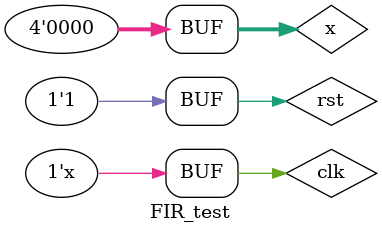
<source format=v>
`timescale 1ns / 1ps

module FIR_test;
// Inputs
reg [3:0] x;
reg clk;
reg rst;
// Outputs
wire [9:0] q;
// Instantiate the Unit Under Test (UUT)
FIR uut (
.x(x),
.clk(clk),
.rst(rst),
.q(q)
);
initial begin
x=0;
clk = 1'b0;
rst = 1'b0;
#20
rst=1'b1;
x=4'b0001;
#20
rst=1'b1;
x=4'b0010;
#20
rst=1'b1;
x=4'b0011;
#20
rst=1'b1;
x=4'b0100;
#20
rst=1'b1;
x=4'b0000;
end
always #10 clk=~clk;
endmodule
</source>
